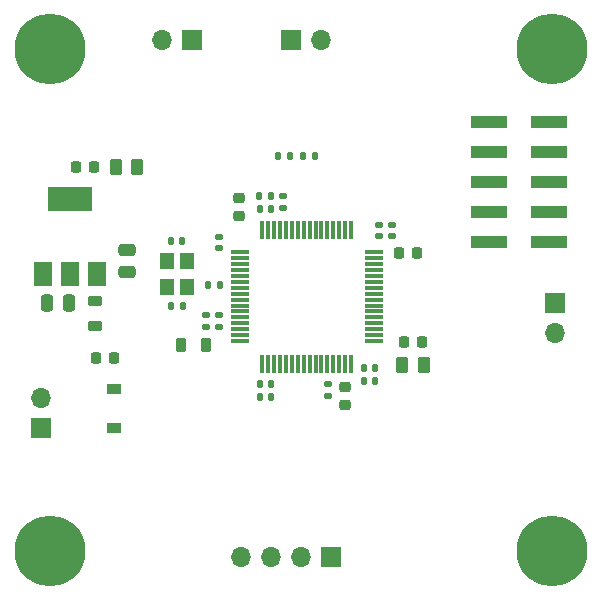
<source format=gbr>
%TF.GenerationSoftware,KiCad,Pcbnew,(6.0.0)*%
%TF.CreationDate,2023-02-04T05:02:53+03:00*%
%TF.ProjectId,STM32F4_breakout,53544d33-3246-4345-9f62-7265616b6f75,rev?*%
%TF.SameCoordinates,Original*%
%TF.FileFunction,Soldermask,Top*%
%TF.FilePolarity,Negative*%
%FSLAX46Y46*%
G04 Gerber Fmt 4.6, Leading zero omitted, Abs format (unit mm)*
G04 Created by KiCad (PCBNEW (6.0.0)) date 2023-02-04 05:02:53*
%MOMM*%
%LPD*%
G01*
G04 APERTURE LIST*
G04 Aperture macros list*
%AMRoundRect*
0 Rectangle with rounded corners*
0 $1 Rounding radius*
0 $2 $3 $4 $5 $6 $7 $8 $9 X,Y pos of 4 corners*
0 Add a 4 corners polygon primitive as box body*
4,1,4,$2,$3,$4,$5,$6,$7,$8,$9,$2,$3,0*
0 Add four circle primitives for the rounded corners*
1,1,$1+$1,$2,$3*
1,1,$1+$1,$4,$5*
1,1,$1+$1,$6,$7*
1,1,$1+$1,$8,$9*
0 Add four rect primitives between the rounded corners*
20,1,$1+$1,$2,$3,$4,$5,0*
20,1,$1+$1,$4,$5,$6,$7,0*
20,1,$1+$1,$6,$7,$8,$9,0*
20,1,$1+$1,$8,$9,$2,$3,0*%
G04 Aperture macros list end*
%ADD10RoundRect,0.135000X-0.135000X-0.185000X0.135000X-0.185000X0.135000X0.185000X-0.135000X0.185000X0*%
%ADD11RoundRect,0.140000X0.140000X0.170000X-0.140000X0.170000X-0.140000X-0.170000X0.140000X-0.170000X0*%
%ADD12RoundRect,0.250000X0.475000X-0.250000X0.475000X0.250000X-0.475000X0.250000X-0.475000X-0.250000X0*%
%ADD13RoundRect,0.140000X0.170000X-0.140000X0.170000X0.140000X-0.170000X0.140000X-0.170000X-0.140000X0*%
%ADD14RoundRect,0.218750X0.218750X0.256250X-0.218750X0.256250X-0.218750X-0.256250X0.218750X-0.256250X0*%
%ADD15RoundRect,0.218750X-0.381250X0.218750X-0.381250X-0.218750X0.381250X-0.218750X0.381250X0.218750X0*%
%ADD16RoundRect,0.140000X-0.140000X-0.170000X0.140000X-0.170000X0.140000X0.170000X-0.140000X0.170000X0*%
%ADD17RoundRect,0.225000X-0.250000X0.225000X-0.250000X-0.225000X0.250000X-0.225000X0.250000X0.225000X0*%
%ADD18R,3.150000X1.000000*%
%ADD19RoundRect,0.135000X-0.185000X0.135000X-0.185000X-0.135000X0.185000X-0.135000X0.185000X0.135000X0*%
%ADD20RoundRect,0.250000X0.250000X0.475000X-0.250000X0.475000X-0.250000X-0.475000X0.250000X-0.475000X0*%
%ADD21R,1.500000X2.000000*%
%ADD22R,3.800000X2.000000*%
%ADD23RoundRect,0.135000X0.185000X-0.135000X0.185000X0.135000X-0.185000X0.135000X-0.185000X-0.135000X0*%
%ADD24RoundRect,0.218750X-0.218750X-0.381250X0.218750X-0.381250X0.218750X0.381250X-0.218750X0.381250X0*%
%ADD25C,0.800000*%
%ADD26C,6.000000*%
%ADD27R,1.700000X1.700000*%
%ADD28O,1.700000X1.700000*%
%ADD29RoundRect,0.225000X0.250000X-0.225000X0.250000X0.225000X-0.250000X0.225000X-0.250000X-0.225000X0*%
%ADD30RoundRect,0.250000X0.262500X0.450000X-0.262500X0.450000X-0.262500X-0.450000X0.262500X-0.450000X0*%
%ADD31RoundRect,0.135000X0.135000X0.185000X-0.135000X0.185000X-0.135000X-0.185000X0.135000X-0.185000X0*%
%ADD32R,1.200000X1.400000*%
%ADD33RoundRect,0.225000X-0.225000X-0.250000X0.225000X-0.250000X0.225000X0.250000X-0.225000X0.250000X0*%
%ADD34R,1.200000X0.900000*%
%ADD35RoundRect,0.250000X-0.262500X-0.450000X0.262500X-0.450000X0.262500X0.450000X-0.262500X0.450000X0*%
%ADD36RoundRect,0.075000X-0.700000X-0.075000X0.700000X-0.075000X0.700000X0.075000X-0.700000X0.075000X0*%
%ADD37RoundRect,0.075000X-0.075000X-0.700000X0.075000X-0.700000X0.075000X0.700000X-0.075000X0.700000X0*%
G04 APERTURE END LIST*
D10*
%TO.C,R6*%
X141675000Y-77700000D03*
X142695000Y-77700000D03*
%TD*%
D11*
%TO.C,C5*%
X146980000Y-86100000D03*
X146020000Y-86100000D03*
%TD*%
D12*
%TO.C,C1*%
X134800000Y-76650000D03*
X134800000Y-74750000D03*
%TD*%
D13*
%TO.C,C13*%
X141500000Y-81230000D03*
X141500000Y-80270000D03*
%TD*%
%TO.C,C9*%
X156100000Y-73580000D03*
X156100000Y-72620000D03*
%TD*%
D14*
%TO.C,3.3V*%
X132037500Y-67700000D03*
X130462500Y-67700000D03*
%TD*%
D11*
%TO.C,C6*%
X146980000Y-87200000D03*
X146020000Y-87200000D03*
%TD*%
D13*
%TO.C,C14*%
X142600000Y-81230000D03*
X142600000Y-80270000D03*
%TD*%
%TO.C,C4*%
X142600000Y-74580000D03*
X142600000Y-73620000D03*
%TD*%
D15*
%TO.C,FB1*%
X132050000Y-79087500D03*
X132050000Y-81212500D03*
%TD*%
D16*
%TO.C,C11*%
X146020000Y-71300000D03*
X146980000Y-71300000D03*
%TD*%
D17*
%TO.C,C15*%
X153250000Y-86325000D03*
X153250000Y-87875000D03*
%TD*%
D16*
%TO.C,C12*%
X146000000Y-70200000D03*
X146960000Y-70200000D03*
%TD*%
%TO.C,C17*%
X138520000Y-74000000D03*
X139480000Y-74000000D03*
%TD*%
D18*
%TO.C,SWD*%
X165475000Y-63920000D03*
X170525000Y-63920000D03*
X165475000Y-66460000D03*
X170525000Y-66460000D03*
X165475000Y-69000000D03*
X170525000Y-69000000D03*
X165475000Y-71540000D03*
X170525000Y-71540000D03*
X165475000Y-74080000D03*
X170525000Y-74080000D03*
%TD*%
D19*
%TO.C,R2*%
X148000000Y-70190000D03*
X148000000Y-71210000D03*
%TD*%
D13*
%TO.C,C10*%
X157200000Y-73600000D03*
X157200000Y-72640000D03*
%TD*%
D20*
%TO.C,C2*%
X129900000Y-79200000D03*
X128000000Y-79200000D03*
%TD*%
D21*
%TO.C,U1*%
X127650000Y-76750000D03*
X129950000Y-76750000D03*
D22*
X129950000Y-70450000D03*
D21*
X132250000Y-76750000D03*
%TD*%
D23*
%TO.C,R3*%
X151800000Y-87110000D03*
X151800000Y-86090000D03*
%TD*%
D10*
%TO.C,R5*%
X147580000Y-66750000D03*
X148600000Y-66750000D03*
%TD*%
D14*
%TO.C,STAT*%
X159787500Y-82500000D03*
X158212500Y-82500000D03*
%TD*%
D24*
%TO.C,FB2*%
X139337500Y-82800000D03*
X141462500Y-82800000D03*
%TD*%
D25*
%TO.C,H3*%
X126000000Y-100250000D03*
X126659010Y-101840990D03*
X128250000Y-102500000D03*
X129840990Y-101840990D03*
D26*
X128250000Y-100250000D03*
D25*
X126659010Y-98659010D03*
X130500000Y-100250000D03*
X129840990Y-98659010D03*
X128250000Y-98000000D03*
%TD*%
D16*
%TO.C,C7*%
X154820000Y-84700000D03*
X155780000Y-84700000D03*
%TD*%
D27*
%TO.C,J1*%
X127500000Y-89775000D03*
D28*
X127500000Y-87235000D03*
%TD*%
%TO.C,3.3V*%
X137760000Y-57000000D03*
D27*
X140300000Y-57000000D03*
%TD*%
D29*
%TO.C,C3*%
X144300000Y-71875000D03*
X144300000Y-70325000D03*
%TD*%
D27*
%TO.C,UART*%
X171000000Y-79225000D03*
D28*
X171000000Y-81765000D03*
%TD*%
D27*
%TO.C,I2C*%
X148660000Y-57000000D03*
D28*
X151200000Y-57000000D03*
%TD*%
D25*
%TO.C,H1*%
X128250000Y-60000000D03*
X126000000Y-57750000D03*
X129840990Y-59340990D03*
X126659010Y-56159010D03*
X130500000Y-57750000D03*
X126659010Y-59340990D03*
X129840990Y-56159010D03*
X128250000Y-55500000D03*
D26*
X128250000Y-57750000D03*
%TD*%
D30*
%TO.C,R7*%
X159912500Y-84500000D03*
X158087500Y-84500000D03*
%TD*%
D31*
%TO.C,R4*%
X150720000Y-66800000D03*
X149700000Y-66800000D03*
%TD*%
D32*
%TO.C,XTAL*%
X138150000Y-75650000D03*
X138150000Y-77850000D03*
X139850000Y-77850000D03*
X139850000Y-75650000D03*
%TD*%
D33*
%TO.C,C16*%
X157825000Y-75000000D03*
X159375000Y-75000000D03*
%TD*%
D25*
%TO.C,H2*%
X170750000Y-55500000D03*
X169159010Y-56159010D03*
X168500000Y-57750000D03*
X172340990Y-56159010D03*
X172340990Y-59340990D03*
X173000000Y-57750000D03*
X170750000Y-60000000D03*
D26*
X170750000Y-57750000D03*
D25*
X169159010Y-59340990D03*
%TD*%
D34*
%TO.C,Fuse*%
X133700000Y-86500000D03*
X133700000Y-89800000D03*
%TD*%
D35*
%TO.C,R1*%
X133837500Y-67700000D03*
X135662500Y-67700000D03*
%TD*%
D16*
%TO.C,C8*%
X154820000Y-85800000D03*
X155780000Y-85800000D03*
%TD*%
D11*
%TO.C,C18*%
X139500000Y-79500000D03*
X138540000Y-79500000D03*
%TD*%
D36*
%TO.C,U2*%
X144325000Y-74950000D03*
X144325000Y-75450000D03*
X144325000Y-75950000D03*
X144325000Y-76450000D03*
X144325000Y-76950000D03*
X144325000Y-77450000D03*
X144325000Y-77950000D03*
X144325000Y-78450000D03*
X144325000Y-78950000D03*
X144325000Y-79450000D03*
X144325000Y-79950000D03*
X144325000Y-80450000D03*
X144325000Y-80950000D03*
X144325000Y-81450000D03*
X144325000Y-81950000D03*
X144325000Y-82450000D03*
D37*
X146250000Y-84375000D03*
X146750000Y-84375000D03*
X147250000Y-84375000D03*
X147750000Y-84375000D03*
X148250000Y-84375000D03*
X148750000Y-84375000D03*
X149250000Y-84375000D03*
X149750000Y-84375000D03*
X150250000Y-84375000D03*
X150750000Y-84375000D03*
X151250000Y-84375000D03*
X151750000Y-84375000D03*
X152250000Y-84375000D03*
X152750000Y-84375000D03*
X153250000Y-84375000D03*
X153750000Y-84375000D03*
D36*
X155675000Y-82450000D03*
X155675000Y-81950000D03*
X155675000Y-81450000D03*
X155675000Y-80950000D03*
X155675000Y-80450000D03*
X155675000Y-79950000D03*
X155675000Y-79450000D03*
X155675000Y-78950000D03*
X155675000Y-78450000D03*
X155675000Y-77950000D03*
X155675000Y-77450000D03*
X155675000Y-76950000D03*
X155675000Y-76450000D03*
X155675000Y-75950000D03*
X155675000Y-75450000D03*
X155675000Y-74950000D03*
D37*
X153750000Y-73025000D03*
X153250000Y-73025000D03*
X152750000Y-73025000D03*
X152250000Y-73025000D03*
X151750000Y-73025000D03*
X151250000Y-73025000D03*
X150750000Y-73025000D03*
X150250000Y-73025000D03*
X149750000Y-73025000D03*
X149250000Y-73025000D03*
X148750000Y-73025000D03*
X148250000Y-73025000D03*
X147750000Y-73025000D03*
X147250000Y-73025000D03*
X146750000Y-73025000D03*
X146250000Y-73025000D03*
%TD*%
D14*
%TO.C,F1*%
X133700000Y-83900000D03*
X132125000Y-83900000D03*
%TD*%
D27*
%TO.C,SPI*%
X152080000Y-100750000D03*
D28*
X149540000Y-100750000D03*
X147000000Y-100750000D03*
X144460000Y-100750000D03*
%TD*%
D25*
%TO.C,H4*%
X170750000Y-98000000D03*
X168500000Y-100250000D03*
D26*
X170750000Y-100250000D03*
D25*
X169159010Y-101840990D03*
X172340990Y-101840990D03*
X169159010Y-98659010D03*
X170750000Y-102500000D03*
X173000000Y-100250000D03*
X172340990Y-98659010D03*
%TD*%
M02*

</source>
